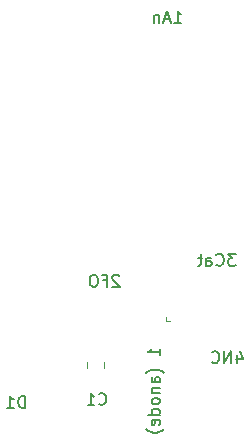
<source format=gbr>
G04 #@! TF.GenerationSoftware,KiCad,Pcbnew,(5.1.0)-1*
G04 #@! TF.CreationDate,2020-05-22T07:58:56-04:00*
G04 #@! TF.ProjectId,SiPMV4-30050,5369504d-5634-42d3-9330-3035302e6b69,rev?*
G04 #@! TF.SameCoordinates,Original*
G04 #@! TF.FileFunction,Legend,Bot*
G04 #@! TF.FilePolarity,Positive*
%FSLAX46Y46*%
G04 Gerber Fmt 4.6, Leading zero omitted, Abs format (unit mm)*
G04 Created by KiCad (PCBNEW (5.1.0)-1) date 2020-05-22 07:58:56*
%MOMM*%
%LPD*%
G04 APERTURE LIST*
%ADD10C,0.150000*%
%ADD11C,0.120000*%
G04 APERTURE END LIST*
D10*
X151606095Y-54157619D02*
X151558476Y-54110000D01*
X151463238Y-54062380D01*
X151225142Y-54062380D01*
X151129904Y-54110000D01*
X151082285Y-54157619D01*
X151034666Y-54252857D01*
X151034666Y-54348095D01*
X151082285Y-54490952D01*
X151653714Y-55062380D01*
X151034666Y-55062380D01*
X150272761Y-54538571D02*
X150606095Y-54538571D01*
X150606095Y-55062380D02*
X150606095Y-54062380D01*
X150129904Y-54062380D01*
X149558476Y-54062380D02*
X149368000Y-54062380D01*
X149272761Y-54110000D01*
X149177523Y-54205238D01*
X149129904Y-54395714D01*
X149129904Y-54729047D01*
X149177523Y-54919523D01*
X149272761Y-55014761D01*
X149368000Y-55062380D01*
X149558476Y-55062380D01*
X149653714Y-55014761D01*
X149748952Y-54919523D01*
X149796571Y-54729047D01*
X149796571Y-54395714D01*
X149748952Y-54205238D01*
X149653714Y-54110000D01*
X149558476Y-54062380D01*
X161615333Y-60872714D02*
X161615333Y-61539380D01*
X161853428Y-60491761D02*
X162091523Y-61206047D01*
X161472476Y-61206047D01*
X161091523Y-61539380D02*
X161091523Y-60539380D01*
X160520095Y-61539380D01*
X160520095Y-60539380D01*
X159472476Y-61444142D02*
X159520095Y-61491761D01*
X159662952Y-61539380D01*
X159758190Y-61539380D01*
X159901047Y-61491761D01*
X159996285Y-61396523D01*
X160043904Y-61301285D01*
X160091523Y-61110809D01*
X160091523Y-60967952D01*
X160043904Y-60777476D01*
X159996285Y-60682238D01*
X159901047Y-60587000D01*
X159758190Y-60539380D01*
X159662952Y-60539380D01*
X159520095Y-60587000D01*
X159472476Y-60634619D01*
X161464428Y-52284380D02*
X160845380Y-52284380D01*
X161178714Y-52665333D01*
X161035857Y-52665333D01*
X160940619Y-52712952D01*
X160893000Y-52760571D01*
X160845380Y-52855809D01*
X160845380Y-53093904D01*
X160893000Y-53189142D01*
X160940619Y-53236761D01*
X161035857Y-53284380D01*
X161321571Y-53284380D01*
X161416809Y-53236761D01*
X161464428Y-53189142D01*
X159845380Y-53189142D02*
X159893000Y-53236761D01*
X160035857Y-53284380D01*
X160131095Y-53284380D01*
X160273952Y-53236761D01*
X160369190Y-53141523D01*
X160416809Y-53046285D01*
X160464428Y-52855809D01*
X160464428Y-52712952D01*
X160416809Y-52522476D01*
X160369190Y-52427238D01*
X160273952Y-52332000D01*
X160131095Y-52284380D01*
X160035857Y-52284380D01*
X159893000Y-52332000D01*
X159845380Y-52379619D01*
X158988238Y-53284380D02*
X158988238Y-52760571D01*
X159035857Y-52665333D01*
X159131095Y-52617714D01*
X159321571Y-52617714D01*
X159416809Y-52665333D01*
X158988238Y-53236761D02*
X159083476Y-53284380D01*
X159321571Y-53284380D01*
X159416809Y-53236761D01*
X159464428Y-53141523D01*
X159464428Y-53046285D01*
X159416809Y-52951047D01*
X159321571Y-52903428D01*
X159083476Y-52903428D01*
X158988238Y-52855809D01*
X158654904Y-52617714D02*
X158273952Y-52617714D01*
X158512047Y-52284380D02*
X158512047Y-53141523D01*
X158464428Y-53236761D01*
X158369190Y-53284380D01*
X158273952Y-53284380D01*
X156297238Y-32710380D02*
X156868666Y-32710380D01*
X156582952Y-32710380D02*
X156582952Y-31710380D01*
X156678190Y-31853238D01*
X156773428Y-31948476D01*
X156868666Y-31996095D01*
X155916285Y-32424666D02*
X155440095Y-32424666D01*
X156011523Y-32710380D02*
X155678190Y-31710380D01*
X155344857Y-32710380D01*
X155011523Y-32043714D02*
X155011523Y-32710380D01*
X155011523Y-32138952D02*
X154963904Y-32091333D01*
X154868666Y-32043714D01*
X154725809Y-32043714D01*
X154630571Y-32091333D01*
X154582952Y-32186571D01*
X154582952Y-32710380D01*
D11*
X155618540Y-57940220D02*
X155908540Y-57940220D01*
X155618540Y-57940220D02*
X155618540Y-57650220D01*
X148896000Y-61460748D02*
X148896000Y-61983252D01*
X150316000Y-61460748D02*
X150316000Y-61983252D01*
D10*
X143626635Y-65322600D02*
X143626635Y-64322600D01*
X143388540Y-64322600D01*
X143245682Y-64370220D01*
X143150444Y-64465458D01*
X143102825Y-64560696D01*
X143055206Y-64751172D01*
X143055206Y-64894029D01*
X143102825Y-65084505D01*
X143150444Y-65179743D01*
X143245682Y-65274981D01*
X143388540Y-65322600D01*
X143626635Y-65322600D01*
X142102825Y-65322600D02*
X142674254Y-65322600D01*
X142388540Y-65322600D02*
X142388540Y-64322600D01*
X142483778Y-64465458D01*
X142579016Y-64560696D01*
X142674254Y-64608315D01*
X155030920Y-60890220D02*
X155030920Y-60318791D01*
X155030920Y-60604505D02*
X154030920Y-60604505D01*
X154173778Y-60509267D01*
X154269016Y-60414029D01*
X154316635Y-60318791D01*
X155411873Y-62366410D02*
X155364254Y-62318791D01*
X155221397Y-62223553D01*
X155126159Y-62175934D01*
X154983301Y-62128315D01*
X154745206Y-62080696D01*
X154554730Y-62080696D01*
X154316635Y-62128315D01*
X154173778Y-62175934D01*
X154078540Y-62223553D01*
X153935682Y-62318791D01*
X153888063Y-62366410D01*
X155030920Y-63175934D02*
X154507111Y-63175934D01*
X154411873Y-63128315D01*
X154364254Y-63033077D01*
X154364254Y-62842600D01*
X154411873Y-62747362D01*
X154983301Y-63175934D02*
X155030920Y-63080696D01*
X155030920Y-62842600D01*
X154983301Y-62747362D01*
X154888063Y-62699743D01*
X154792825Y-62699743D01*
X154697587Y-62747362D01*
X154649968Y-62842600D01*
X154649968Y-63080696D01*
X154602349Y-63175934D01*
X154364254Y-63652124D02*
X155030920Y-63652124D01*
X154459492Y-63652124D02*
X154411873Y-63699743D01*
X154364254Y-63794981D01*
X154364254Y-63937839D01*
X154411873Y-64033077D01*
X154507111Y-64080696D01*
X155030920Y-64080696D01*
X155030920Y-64699743D02*
X154983301Y-64604505D01*
X154935682Y-64556886D01*
X154840444Y-64509267D01*
X154554730Y-64509267D01*
X154459492Y-64556886D01*
X154411873Y-64604505D01*
X154364254Y-64699743D01*
X154364254Y-64842600D01*
X154411873Y-64937839D01*
X154459492Y-64985458D01*
X154554730Y-65033077D01*
X154840444Y-65033077D01*
X154935682Y-64985458D01*
X154983301Y-64937839D01*
X155030920Y-64842600D01*
X155030920Y-64699743D01*
X155030920Y-65890220D02*
X154030920Y-65890220D01*
X154983301Y-65890220D02*
X155030920Y-65794981D01*
X155030920Y-65604505D01*
X154983301Y-65509267D01*
X154935682Y-65461648D01*
X154840444Y-65414029D01*
X154554730Y-65414029D01*
X154459492Y-65461648D01*
X154411873Y-65509267D01*
X154364254Y-65604505D01*
X154364254Y-65794981D01*
X154411873Y-65890220D01*
X154983301Y-66747362D02*
X155030920Y-66652124D01*
X155030920Y-66461648D01*
X154983301Y-66366410D01*
X154888063Y-66318791D01*
X154507111Y-66318791D01*
X154411873Y-66366410D01*
X154364254Y-66461648D01*
X154364254Y-66652124D01*
X154411873Y-66747362D01*
X154507111Y-66794981D01*
X154602349Y-66794981D01*
X154697587Y-66318791D01*
X155411873Y-67128315D02*
X155364254Y-67175934D01*
X155221397Y-67271172D01*
X155126159Y-67318791D01*
X154983301Y-67366410D01*
X154745206Y-67414029D01*
X154554730Y-67414029D01*
X154316635Y-67366410D01*
X154173778Y-67318791D01*
X154078540Y-67271172D01*
X153935682Y-67175934D01*
X153888063Y-67128315D01*
X149899666Y-64991142D02*
X149947285Y-65038761D01*
X150090142Y-65086380D01*
X150185380Y-65086380D01*
X150328238Y-65038761D01*
X150423476Y-64943523D01*
X150471095Y-64848285D01*
X150518714Y-64657809D01*
X150518714Y-64514952D01*
X150471095Y-64324476D01*
X150423476Y-64229238D01*
X150328238Y-64134000D01*
X150185380Y-64086380D01*
X150090142Y-64086380D01*
X149947285Y-64134000D01*
X149899666Y-64181619D01*
X148947285Y-65086380D02*
X149518714Y-65086380D01*
X149233000Y-65086380D02*
X149233000Y-64086380D01*
X149328238Y-64229238D01*
X149423476Y-64324476D01*
X149518714Y-64372095D01*
M02*

</source>
